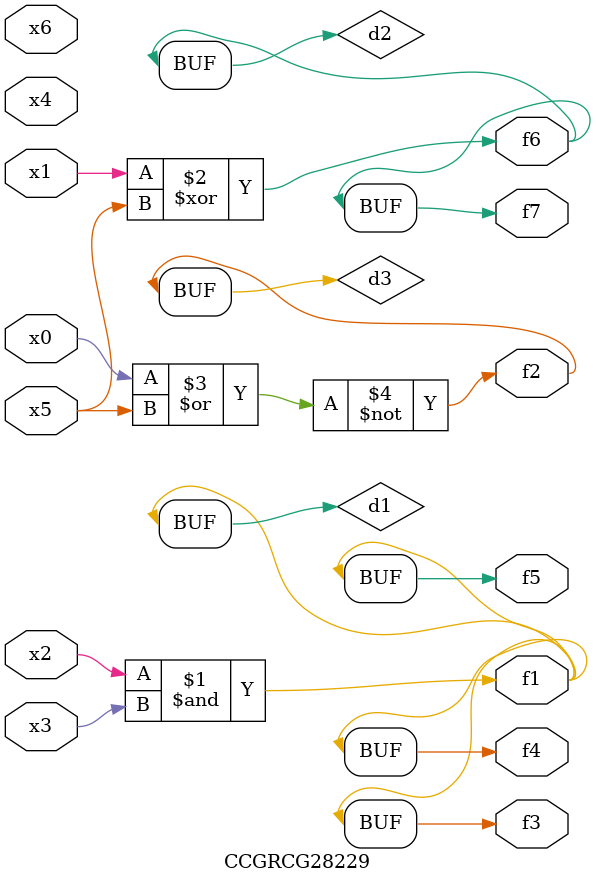
<source format=v>
module CCGRCG28229(
	input x0, x1, x2, x3, x4, x5, x6,
	output f1, f2, f3, f4, f5, f6, f7
);

	wire d1, d2, d3;

	and (d1, x2, x3);
	xor (d2, x1, x5);
	nor (d3, x0, x5);
	assign f1 = d1;
	assign f2 = d3;
	assign f3 = d1;
	assign f4 = d1;
	assign f5 = d1;
	assign f6 = d2;
	assign f7 = d2;
endmodule

</source>
